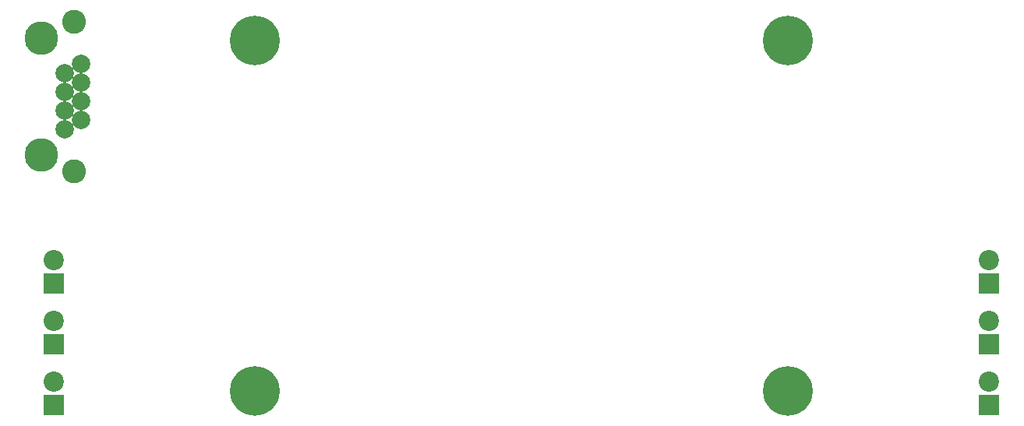
<source format=gbr>
G04 #@! TF.FileFunction,Soldermask,Bot*
%FSLAX46Y46*%
G04 Gerber Fmt 4.6, Leading zero omitted, Abs format (unit mm)*
G04 Created by KiCad (PCBNEW 4.0.7) date 04/02/18 06:38:37*
%MOMM*%
%LPD*%
G01*
G04 APERTURE LIST*
%ADD10C,0.150000*%
%ADD11C,2.600000*%
%ADD12C,3.650000*%
%ADD13C,2.000000*%
%ADD14R,2.200000X2.200000*%
%ADD15C,2.200000*%
%ADD16C,5.400000*%
G04 APERTURE END LIST*
D10*
D11*
X34922000Y-25906000D03*
X34922000Y-42166000D03*
D12*
X31362000Y-27686000D03*
X31362000Y-40386000D03*
D13*
X33902000Y-33536000D03*
X33902000Y-35566000D03*
X35682000Y-32506000D03*
X35682000Y-34536000D03*
X35682000Y-30476000D03*
X33902000Y-31506000D03*
X35682000Y-36566000D03*
X33902000Y-37596000D03*
D14*
X32766000Y-60960000D03*
D15*
X32766000Y-58420000D03*
D14*
X32766000Y-54356000D03*
D15*
X32766000Y-51816000D03*
D14*
X32766000Y-67564000D03*
D15*
X32766000Y-65024000D03*
D14*
X134366000Y-54356000D03*
D15*
X134366000Y-51816000D03*
D14*
X134366000Y-67564000D03*
D15*
X134366000Y-65024000D03*
D14*
X134366000Y-60960000D03*
D15*
X134366000Y-58420000D03*
D16*
X112522000Y-66040000D03*
X54610000Y-66040000D03*
X54610000Y-27940000D03*
X112522000Y-27940000D03*
M02*

</source>
